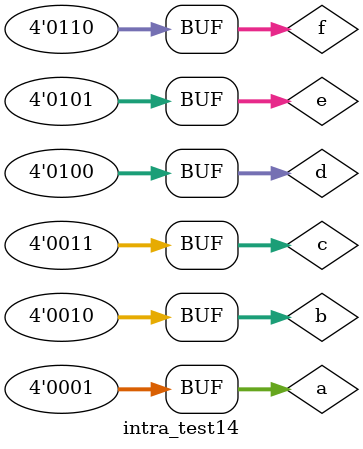
<source format=v>
module intra_test14;
	reg [3:0]a,b,c,d,e,f;
	initial 
		$monitor ($time ,"a = %d b = %d c = %d d = %d e = %d f = %d",a,b,c,d,e,f);
	initial
	begin
		a = #2 4'd01;//1
		b = #3 4'd02;//4
		c = #1 4'd03;//6
	end
	initial
	begin
		 d = #1 4'd04;//3
		 e = #3 4'd05;//4
		 f = #4 4'd06;//6
	end
endmodule 
</source>
